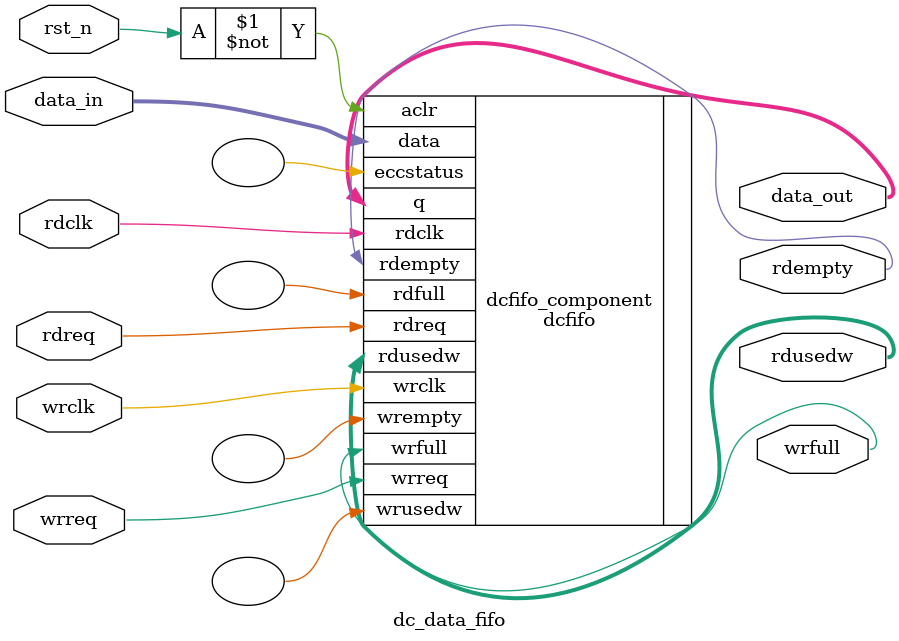
<source format=v>
module dc_data_fifo
#(
	parameter ADDR_W = 10
	
)
(
	input wire 						rdclk,
	input wire 						wrclk,
	input wire 						rst_n,
	input wire 						rdreq,
	input wire 						wrreq,
	input wire [7:0] 				data_in,
	output wire [7:0] 				data_out,
	output wire 					rdempty,
	output wire 					wrfull,
	output wire [ADDR_W - 1 : 0]	rdusedw
);


dcfifo	dcfifo_component (
				.aclr (~rst_n),
				.data (data_in),
				.rdclk (rdclk),
				.rdreq (rdreq),
				.wrclk (wrclk),
				.wrreq (wrreq),
				.q (data_out),
				.rdempty (rdempty),
				.rdusedw (rdusedw),
				.wrfull (wrfull),
				.eccstatus (),
				.rdfull (),
				.wrempty (),
				.wrusedw ());
	defparam
		dcfifo_component.intended_device_family = "Cyclone IV E",
		dcfifo_component.lpm_numwords = 2**ADDR_W,
		dcfifo_component.lpm_showahead = "OFF",
		dcfifo_component.lpm_type = "dcfifo",
		dcfifo_component.lpm_width = 8,
		dcfifo_component.lpm_widthu = ADDR_W,
		dcfifo_component.overflow_checking = "ON",
		dcfifo_component.rdsync_delaypipe = 4,
		dcfifo_component.read_aclr_synch = "OFF",
		dcfifo_component.underflow_checking = "ON",
		dcfifo_component.use_eab = "ON",
		dcfifo_component.write_aclr_synch = "OFF",
		dcfifo_component.wrsync_delaypipe = 4;
		
	
endmodule

</source>
